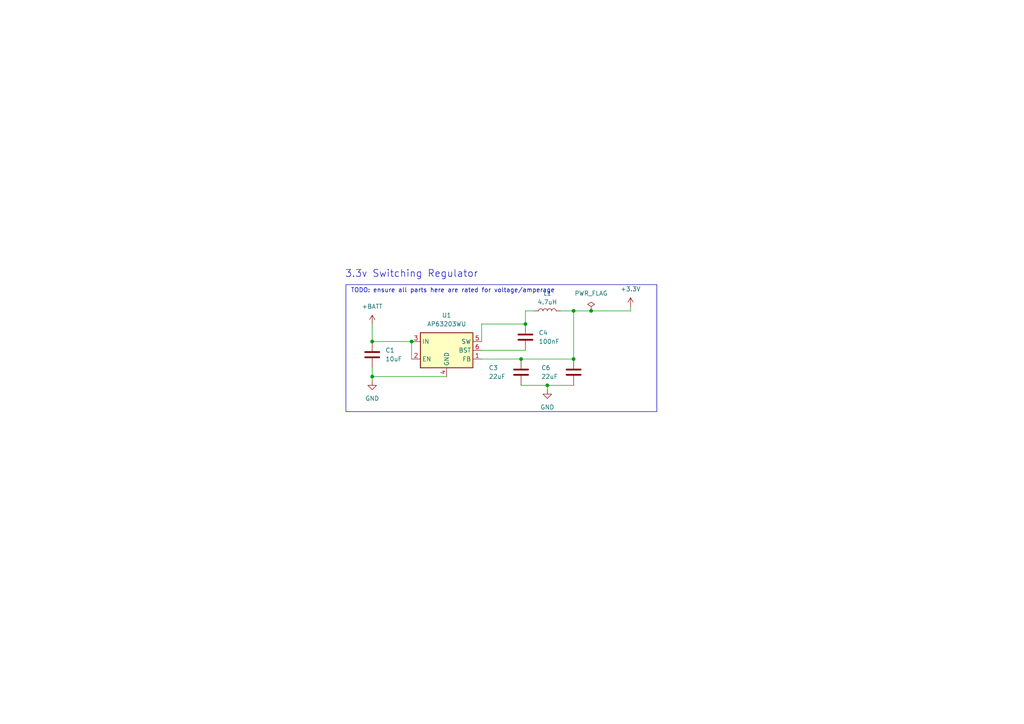
<source format=kicad_sch>
(kicad_sch (version 20250114) (generator "eeschema") (generator_version "9.0")
  (paper "A4")
  (lib_symbols
    (symbol "Device:C" (pin_numbers (hide yes)) (pin_names (offset 0.254))
      (property "Reference" "C" (at 0.635 2.54 0))
      (property "Value" "C" (at 0.635 -2.54 0))
      (symbol "C_0_1"
        (polyline (pts (xy -2.032 0.762) (xy 2.032 0.762)) (stroke (width 0.508)))
        (polyline (pts (xy -2.032 -0.762) (xy 2.032 -0.762)) (stroke (width 0.508)))
      )
      (symbol "C_1_1"
        (pin passive line (at 0 3.81 270) (length 2.794) (name "~") (number "1"))
        (pin passive line (at 0 -3.81 90) (length 2.794) (name "~") (number "2"))
      )
    )
    (symbol "Device:L" (pin_numbers (hide yes)) (pin_names (offset 1.016) (hide yes))
      (property "Reference" "L" (at -1.27 0 90))
      (property "Value" "L" (at 1.905 0 90))
      (symbol "L_0_1"
        (arc (start 0 2.54) (mid 0.6323 1.905) (end 0 1.27))
        (arc (start 0 1.27) (mid 0.6323 0.635) (end 0 0))
        (arc (start 0 0) (mid 0.6323 -0.635) (end 0 -1.27))
        (arc (start 0 -1.27) (mid 0.6323 -1.905) (end 0 -2.54))
      )
      (symbol "L_1_1"
        (pin passive line (at 0 3.81 270) (length 1.27) (name "1") (number "1"))
        (pin passive line (at 0 -3.81 90) (length 1.27) (name "2") (number "2"))
      )
    )
    (symbol "Regulator_Switching:AP63203WU"
      (property "Reference" "U" (at -7.62 6.35 0))
      (property "Value" "AP63203WU" (at 2.54 6.35 0))
      (symbol "AP63203WU_0_1"
        (rectangle (start -7.62 5.08) (end 7.62 -5.08) (stroke (width 0.254)) (fill (type background)))
      )
      (symbol "AP63203WU_1_1"
        (pin power_in line (at -10.16 2.54 0) (length 2.54) (name "IN") (number "3"))
        (pin input line (at -10.16 -2.54 0) (length 2.54) (name "EN") (number "2"))
        (pin power_in line (at 0 -7.62 90) (length 2.54) (name "GND") (number "4"))
        (pin output line (at 10.16 2.54 180) (length 2.54) (name "SW") (number "5"))
        (pin passive line (at 10.16 0 180) (length 2.54) (name "BST") (number "6"))
        (pin input line (at 10.16 -2.54 180) (length 2.54) (name "FB") (number "1"))
      )
    )
    (symbol "power:+3.3V" (power) (pin_numbers (hide yes)) (pin_names (offset 0) (hide yes))
      (property "Value" "+3.3V" (at 0 3.556 0))
      (symbol "+3.3V_0_1"
        (polyline (pts (xy -0.762 1.27) (xy 0 2.54)))
        (polyline (pts (xy 0 2.54) (xy 0.762 1.27)))
        (polyline (pts (xy 0 0) (xy 0 2.54)))
      )
      (symbol "+3.3V_1_1"
        (pin power_in line (at 0 0 90) (length 0) (name "~") (number "1"))
      )
    )
    (symbol "power:+BATT" (power) (pin_numbers (hide yes)) (pin_names (offset 0) (hide yes))
      (property "Value" "+BATT" (at 0 3.556 0))
      (symbol "+BATT_0_1"
        (polyline (pts (xy -0.762 1.27) (xy 0 2.54)))
        (polyline (pts (xy 0 2.54) (xy 0.762 1.27)))
        (polyline (pts (xy 0 0) (xy 0 2.54)))
      )
      (symbol "+BATT_1_1"
        (pin power_in line (at 0 0 90) (length 0) (name "~") (number "1"))
      )
    )
    (symbol "power:GND" (power) (pin_numbers (hide yes)) (pin_names (offset 0) (hide yes))
      (property "Value" "GND" (at 0 -3.81 0))
      (symbol "GND_0_1"
        (polyline (pts (xy 0 0) (xy 0 -1.27) (xy 1.27 -1.27) (xy 0 -2.54) (xy -1.27 -1.27) (xy 0 -1.27)))
      )
      (symbol "GND_1_1"
        (pin power_in line (at 0 0 270) (length 0) (name "~") (number "1"))
      )
    )
    (symbol "power:PWR_FLAG" (power) (pin_numbers (hide yes)) (pin_names (offset 0) (hide yes))
      (property "Value" "PWR_FLAG" (at 0 3.81 0))
      (symbol "PWR_FLAG_0_0"
        (pin power_out line (at 0 0 90) (length 0) (name "~") (number "1"))
      )
      (symbol "PWR_FLAG_0_1"
        (polyline (pts (xy 0 0) (xy 0 1.27) (xy -1.016 1.905) (xy 0 2.54) (xy 1.016 1.905) (xy 0 1.27)))
      )
    )
  )
  (rectangle (start 100.33 82.55) (end 190.5 119.38))
  (text "3.3v Switching Regulator\n" (at 119.38 79.502 0) (effects (font (size 2.032 2.032))))
  (text "TODO: ensure all parts here are rated for voltage/amperage" (at 131.318 84.328 0) (effects (font (size 1.27 1.27))))
  (junction (at 119.38 99.06))
  (junction (at 171.45 90.17))
  (junction (at 151.13 104.14))
  (junction (at 166.37 104.14))
  (junction (at 152.4 93.98))
  (junction (at 107.95 109.22))
  (junction (at 166.37 90.17))
  (junction (at 158.75 111.76))
  (junction (at 107.95 99.06))
  (wire (pts (xy 152.4 90.17) (xy 152.4 93.98)))
  (wire (pts (xy 166.37 104.14) (xy 166.37 90.17)))
  (wire (pts (xy 119.38 99.06) (xy 119.38 104.14)))
  (wire (pts (xy 158.75 111.76) (xy 158.75 113.03)))
  (wire (pts (xy 139.7 93.98) (xy 152.4 93.98)))
  (wire (pts (xy 107.95 99.06) (xy 107.95 93.98)))
  (wire (pts (xy 171.45 90.17) (xy 182.88 90.17)))
  (wire (pts (xy 107.95 110.49) (xy 107.95 109.22)))
  (wire (pts (xy 158.75 111.76) (xy 166.37 111.76)))
  (wire (pts (xy 151.13 104.14) (xy 166.37 104.14)))
  (wire (pts (xy 107.95 106.68) (xy 107.95 109.22)))
  (wire (pts (xy 139.7 104.14) (xy 151.13 104.14)))
  (wire (pts (xy 166.37 90.17) (xy 171.45 90.17)))
  (wire (pts (xy 182.88 88.9) (xy 182.88 90.17)))
  (wire (pts (xy 154.94 90.17) (xy 152.4 90.17)))
  (wire (pts (xy 139.7 99.06) (xy 139.7 93.98)))
  (wire (pts (xy 162.56 90.17) (xy 166.37 90.17)))
  (wire (pts (xy 119.38 99.06) (xy 107.95 99.06)))
  (wire (pts (xy 139.7 101.6) (xy 152.4 101.6)))
  (wire (pts (xy 107.95 109.22) (xy 129.54 109.22)))
  (wire (pts (xy 151.13 111.76) (xy 158.75 111.76)))
  (symbol (lib_id "Regulator_Switching:AP63203WU") (at 129.54 101.6 0) (unit 1)
    (property "Reference" "U1" (at 129.54 91.44 0))
    (property "Value" "AP63203WU" (at 129.54 93.98 0))
    (property "Footprint" "Package_TO_SOT_SMD:TSOT-23-6" (effects (hide yes)))
    (property "Datasheet" "https://www.diodes.com/assets/Datasheets/AP63200-AP63201-AP63203-AP63205.pdf" (effects (hide yes)))
    (property "Description" "2A, 1.1MHz Buck DC/DC Converter, fixed 3.3V output voltage, TSOT-23-6" (effects (hide yes)))
  )
  (symbol (lib_id "Device:C") (at 166.37 107.95 0) (unit 1)
    (property "Reference" "C6" (at 156.972 106.68 0) (effects (justify left)))
    (property "Value" "22uF" (at 156.972 109.22 0) (effects (justify left)))
    (property "Footprint" "Capacitor_SMD:C_1206_3216Metric" (effects (hide yes)))
    (property "Description" "Unpolarized capacitor" (effects (hide yes)))
  )
  (symbol (lib_id "Device:C") (at 151.13 107.95 0) (unit 1)
    (property "Reference" "C3" (at 141.732 106.68 0) (effects (justify left)))
    (property "Value" "22uF" (at 141.732 109.22 0) (effects (justify left)))
    (property "Footprint" "Capacitor_SMD:C_1206_3216Metric" (effects (hide yes)))
    (property "Description" "Unpolarized capacitor" (effects (hide yes)))
  )
  (symbol (lib_id "Device:L") (at 158.75 90.17 90) (unit 1)
    (property "Reference" "L1" (at 158.75 85.09 90))
    (property "Value" "4.7uH" (at 158.75 87.63 90))
    (property "Footprint" "Inductor_SMD:L_1008_2520Metric" (effects (hide yes)))
    (property "Description" "Inductor" (effects (hide yes)))
  )
  (symbol (lib_id "Device:C") (at 152.4 97.79 0) (unit 1)
    (property "Reference" "C4" (at 156.21 96.5199 0) (effects (justify left)))
    (property "Value" "100nF" (at 156.21 99.0599 0) (effects (justify left)))
    (property "Footprint" "Capacitor_SMD:C_0402_1005Metric" (effects (hide yes)))
    (property "Description" "Unpolarized capacitor" (effects (hide yes)))
  )
  (symbol (lib_id "Device:C") (at 107.95 102.87 0) (unit 1)
    (property "Reference" "C1" (at 111.76 101.5999 0) (effects (justify left)))
    (property "Value" "10uF" (at 111.76 104.1399 0) (effects (justify left)))
    (property "Footprint" "Capacitor_SMD:C_0805_2012Metric" (effects (hide yes)))
    (property "Description" "Unpolarized capacitor" (effects (hide yes)))
  )
  (symbol (lib_id "power:+BATT") (at 107.95 93.98 0) (unit 1)
    (property "Reference" "#PWR01" (effects (hide yes)))
    (property "Value" "+BATT" (at 107.95 88.9 0))
    (property "Description" "Power symbol creates a global label with name \"+BATT\"" (effects (hide yes)))
  )
  (symbol (lib_id "power:PWR_FLAG") (at 171.45 90.17 0) (unit 1)
    (property "Reference" "#FLG01" (effects (hide yes)))
    (property "Value" "PWR_FLAG" (at 171.45 85.09 0))
    (property "Description" "Special symbol for telling ERC where power comes from" (effects (hide yes)))
  )
  (symbol (lib_id "power:GND") (at 158.75 113.03 0) (unit 1)
    (property "Reference" "#PWR04" (effects (hide yes)))
    (property "Value" "GND" (at 158.75 118.11 0))
    (property "Description" "Power symbol creates a global label with name \"GND\" , ground" (effects (hide yes)))
  )
  (symbol (lib_id "power:GND") (at 107.95 110.49 0) (unit 1)
    (property "Reference" "#PWR02" (effects (hide yes)))
    (property "Value" "GND" (at 107.95 115.57 0))
    (property "Description" "Power symbol creates a global label with name \"GND\" , ground" (effects (hide yes)))
  )
  (symbol (lib_id "power:+3.3V") (at 182.88 88.9 0) (unit 1)
    (property "Reference" "#PWR07" (effects (hide yes)))
    (property "Value" "+3.3V" (at 182.88 83.82 0))
    (property "Description" "Power symbol creates a global label with name \"+3.3V\"" (effects (hide yes)))
  )
)
</source>
